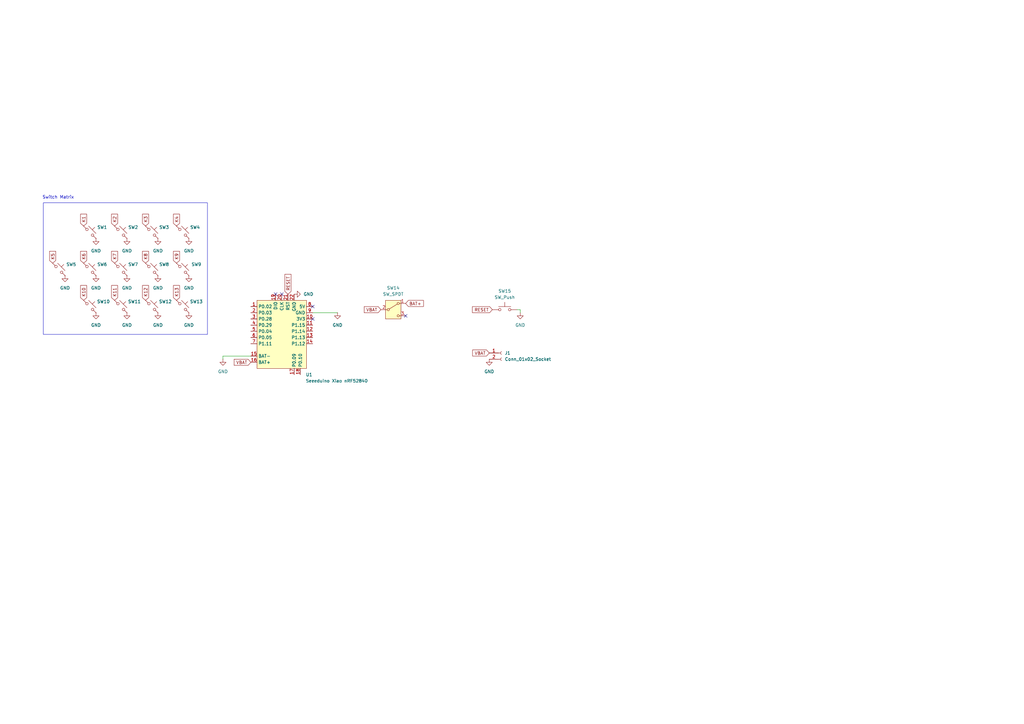
<source format=kicad_sch>
(kicad_sch (version 20231120) (generator "eeschema") (generator_version "8.0")
  (paper "A3")
  (lib_symbols
    (symbol "Connector:Conn_01x02_Socket" (pin_names (offset 1.016) hide)
      (property "Reference" "J" (at 0 2.54 0))
      (property "Value" "Conn_01x02_Socket" (at 0 -5.08 0))
      (symbol "Conn_01x02_Socket_1_1"
        (arc (start 0 -2.032) (mid -0.5058 -2.54) (end 0 -3.048) (stroke (width 0.1524)))
        (polyline (pts (xy -1.27 -2.54) (xy -0.508 -2.54)) (stroke (width 0.1524)))
        (polyline (pts (xy -1.27 0) (xy -0.508 0)) (stroke (width 0.1524)))
        (arc (start 0 0.508) (mid -0.5058 0) (end 0 -0.508) (stroke (width 0.1524)))
        (pin passive line (at -5.08 0 0) (length 3.81) (name "Pin_1") (number "1"))
        (pin passive line (at -5.08 -2.54 0) (length 3.81) (name "Pin_2") (number "2"))
      )
    )
    (symbol "PCM_marbastlib-promicroish:Seeeduino_Xiao_nRF52840" (in_bom no)
      (property "Reference" "U" (at -10.16 -12.7 0))
      (property "Value" "Seeeduino Xiao nRF52840" (at -10.16 -15.24 0))
      (symbol "Seeeduino_Xiao_nRF52840_1_0"
        (pin bidirectional line (at -12.7 13.97 0) (length 2.54) (name "P0.02") (number "1"))
        (pin power_out line (at 12.7 8.89 180) (length 2.54) (name "3V3") (number "10"))
        (pin bidirectional line (at 12.7 6.35 180) (length 2.54) (name "P1.15") (number "11"))
        (pin bidirectional line (at 12.7 3.81 180) (length 2.54) (name "P1.14") (number "12"))
        (pin bidirectional line (at 12.7 1.27 180) (length 2.54) (name "P1.13") (number "13"))
        (pin bidirectional line (at 12.7 -1.27 180) (length 2.54) (name "P1.12") (number "14"))
        (pin power_in line (at -12.7 -6.35 0) (length 2.54) (name "BAT-") (number "15"))
        (pin power_in line (at -12.7 -8.89 0) (length 2.54) (name "BAT+") (number "16"))
        (pin bidirectional line (at 5.08 -13.97 90) (length 2.54) (name "P0.09") (number "17"))
        (pin bidirectional line (at 7.62 -13.97 90) (length 2.54) (name "P0.10") (number "18"))
        (pin bidirectional line (at -2.54 19.05 270) (length 2.54) (name "DIO") (number "19"))
        (pin bidirectional line (at -12.7 11.43 0) (length 2.54) (name "P0.03") (number "2"))
        (pin bidirectional line (at 0 19.05 270) (length 2.54) (name "CLK") (number "20"))
        (pin bidirectional line (at 2.54 19.05 270) (length 2.54) (name "RST") (number "21"))
        (pin power_out line (at 5.08 19.05 270) (length 2.54) (name "GND") (number "22"))
        (pin bidirectional line (at -12.7 8.89 0) (length 2.54) (name "P0.28") (number "3"))
        (pin bidirectional line (at -12.7 6.35 0) (length 2.54) (name "P0.29") (number "4"))
        (pin bidirectional line (at -12.7 3.81 0) (length 2.54) (name "P0.04") (number "5"))
        (pin bidirectional line (at -12.7 1.27 0) (length 2.54) (name "P0.05") (number "6"))
        (pin bidirectional line (at -12.7 -1.27 0) (length 2.54) (name "P1.11") (number "7"))
        (pin power_out line (at 12.7 13.97 180) (length 2.54) (name "5V") (number "8"))
        (pin power_out line (at 12.7 11.43 180) (length 2.54) (name "GND") (number "9"))
      )
      (symbol "Seeeduino_Xiao_nRF52840_1_1"
        (rectangle (start -10.16 16.51) (end 10.16 -11.43) (fill (type background)))
      )
    )
    (symbol "Switch:SW_Push" (pin_numbers hide) (pin_names (offset 1.016) hide)
      (property "Reference" "SW" (at 1.27 2.54 0))
      (property "Value" "SW_Push" (at 0 -1.524 0))
      (symbol "SW_Push_0_1"
        (circle (center -2.032 0) (radius 0.508))
        (polyline (pts (xy 0 1.27) (xy 0 3.048)))
        (polyline (pts (xy 2.54 1.27) (xy -2.54 1.27)))
        (circle (center 2.032 0) (radius 0.508))
        (pin passive line (at -5.08 0 0) (length 2.54) (name "1") (number "1"))
        (pin passive line (at 5.08 0 180) (length 2.54) (name "2") (number "2"))
      )
    )
    (symbol "Switch:SW_Push_45deg" (pin_numbers hide) (pin_names (offset 1.016) hide)
      (property "Reference" "SW" (at 3.048 1.016 0))
      (property "Value" "SW_Push_45deg" (at 0 -3.81 0))
      (symbol "SW_Push_45deg_0_1"
        (circle (center -1.1684 1.1684) (radius 0.508))
        (polyline (pts (xy -0.508 2.54) (xy 2.54 -0.508)))
        (polyline (pts (xy 1.016 1.016) (xy 2.032 2.032)))
        (polyline (pts (xy -2.54 2.54) (xy -1.524 1.524) (xy -1.524 1.524)))
        (polyline (pts (xy 1.524 -1.524) (xy 2.54 -2.54) (xy 2.54 -2.54) (xy 2.54 -2.54)))
        (circle (center 1.143 -1.1938) (radius 0.508))
        (pin passive line (at -2.54 2.54 0) (length 0) (name "1") (number "1"))
        (pin passive line (at 2.54 -2.54 180) (length 0) (name "2") (number "2"))
      )
    )
    (symbol "Switch:SW_SPDT" (pin_names (offset 0) hide)
      (property "Reference" "SW" (at 0 5.08 0))
      (property "Value" "SW_SPDT" (at 0 -5.08 0))
      (symbol "SW_SPDT_0_1"
        (circle (center -2.032 0) (radius 0.4572))
        (polyline (pts (xy -1.651 0.254) (xy 1.651 2.286)))
        (circle (center 2.032 -2.54) (radius 0.4572))
        (circle (center 2.032 2.54) (radius 0.4572))
      )
      (symbol "SW_SPDT_1_1"
        (rectangle (start -3.175 3.81) (end 3.175 -3.81) (fill (type background)))
        (pin passive line (at 5.08 2.54 180) (length 2.54) (name "A") (number "1"))
        (pin passive line (at -5.08 0 0) (length 2.54) (name "B") (number "2"))
        (pin passive line (at 5.08 -2.54 180) (length 2.54) (name "C") (number "3"))
      )
    )
    (symbol "power:GND" (power) (pin_numbers hide) (pin_names (offset 0) hide)
      (property "Value" "GND" (at 0 -3.81 0))
      (symbol "GND_0_1"
        (polyline (pts (xy 0 0) (xy 0 -1.27) (xy 1.27 -1.27) (xy 0 -2.54) (xy -1.27 -1.27) (xy 0 -1.27)))
      )
      (symbol "GND_1_1"
        (pin power_in line (at 0 0 270) (length 0) (name "~") (number "1"))
      )
    )
  )
  (no_connect (at 128.27 125.73))
  (no_connect (at 166.37 129.54))
  (no_connect (at 115.57 120.65))
  (no_connect (at 128.27 130.81))
  (no_connect (at 113.03 120.65))
  (wire (pts (xy 213.36 127) (xy 213.36 128.27)))
  (wire (pts (xy 212.09 127) (xy 213.36 127)))
  (wire (pts (xy 91.44 146.05) (xy 91.44 147.32)))
  (wire (pts (xy 102.87 146.05) (xy 91.44 146.05)))
  (wire (pts (xy 128.27 128.27) (xy 138.43 128.27)))
  (rectangle (start 17.78 83.185) (end 85.09 137.16))
  (text "Switch Matrix" (at 23.876 81.026 0) (effects (font (size 1.27 1.27))))
  (global_label "K7" (shape input) (at 46.99 107.95 90) (property "Intersheetrefs" "${INTERSHEET_REFS}" (effects (hide yes))))
  (global_label "K12" (shape input) (at 59.69 123.19 90) (property "Intersheetrefs" "${INTERSHEET_REFS}" (effects (hide yes))))
  (global_label "RESET" (shape input) (at 201.93 127 180) (property "Intersheetrefs" "${INTERSHEET_REFS}" (effects (hide yes))))
  (global_label "RESET" (shape input) (at 118.11 120.65 90) (property "Intersheetrefs" "${INTERSHEET_REFS}" (effects (hide yes))))
  (global_label "K4" (shape input) (at 72.39 92.71 90) (property "Intersheetrefs" "${INTERSHEET_REFS}" (effects (hide yes))))
  (global_label "VBAT" (shape input) (at 102.87 148.59 180) (property "Intersheetrefs" "${INTERSHEET_REFS}" (effects (hide yes))))
  (global_label "K1" (shape input) (at 34.29 92.71 90) (property "Intersheetrefs" "${INTERSHEET_REFS}" (effects (hide yes))))
  (global_label "K10" (shape input) (at 34.29 123.19 90) (property "Intersheetrefs" "${INTERSHEET_REFS}" (effects (hide yes))))
  (global_label "K6" (shape input) (at 34.29 107.95 90) (property "Intersheetrefs" "${INTERSHEET_REFS}" (effects (hide yes))))
  (global_label "VBAT" (shape input) (at 156.21 127 180) (property "Intersheetrefs" "${INTERSHEET_REFS}" (effects (hide yes))))
  (global_label "K2" (shape input) (at 46.99 92.71 90) (property "Intersheetrefs" "${INTERSHEET_REFS}" (effects (hide yes))))
  (global_label "K3" (shape input) (at 59.69 92.71 90) (property "Intersheetrefs" "${INTERSHEET_REFS}" (effects (hide yes))))
  (global_label "K8" (shape input) (at 59.69 107.95 90) (property "Intersheetrefs" "${INTERSHEET_REFS}" (effects (hide yes))))
  (global_label "K9" (shape input) (at 72.39 107.95 90) (property "Intersheetrefs" "${INTERSHEET_REFS}" (effects (hide yes))))
  (global_label "K13" (shape input) (at 72.39 123.19 90) (property "Intersheetrefs" "${INTERSHEET_REFS}" (effects (hide yes))))
  (global_label "BAT+" (shape input) (at 166.37 124.46 0) (property "Intersheetrefs" "${INTERSHEET_REFS}" (effects (hide yes))))
  (global_label "K5" (shape input) (at 21.59 107.95 90) (property "Intersheetrefs" "${INTERSHEET_REFS}" (effects (hide yes))))
  (global_label "VBAT" (shape input) (at 200.66 144.78 180) (property "Intersheetrefs" "${INTERSHEET_REFS}" (effects (hide yes))))
  (global_label "K11" (shape input) (at 46.99 123.19 90) (property "Intersheetrefs" "${INTERSHEET_REFS}" (effects (hide yes))))
  (symbol (lib_id "PCM_marbastlib-promicroish:Seeeduino_Xiao_nRF52840") (at 115.57 139.7 0) (unit 1) (in_bom no)
    (property "Reference" "U1" (at 125.3841 153.67 0) (effects (justify left)))
    (property "Value" "Seeeduino Xiao nRF52840" (at 125.3841 156.21 0) (effects (justify left)))
    (property "Footprint" "ssbb_parts:Xiao_nRF52840_AC_Reflow_reversible" (effects (hide yes)))
    (property "Description" "Symbol for a Seeeduino Xiao nRF52840" (effects (hide yes)))
  )
  (symbol (lib_id "Switch:SW_SPDT") (at 161.29 127 0) (unit 1)
    (property "Reference" "SW14" (at 161.29 118.11 0))
    (property "Value" "SW_SPDT" (at 161.29 120.65 0))
    (property "Footprint" "ssbb_parts:SW_SPDT_PCM12_reversible" (effects (hide yes)))
    (property "Description" "Switch, single pole double throw" (effects (hide yes)))
  )
  (symbol (lib_id "Switch:SW_Push_45deg") (at 24.13 110.49 0) (unit 1)
    (property "Reference" "SW5" (at 29.21 108.458 0))
    (property "Value" "SW_Push_45deg" (effects (hide yes)))
    (property "Footprint" "ssbb_parts:SW_choc_v1_reversible_1u" (effects (hide yes)))
    (property "Description" "Push button switch, normally open, two pins, 45° tilted" (effects (hide yes)))
  )
  (symbol (lib_id "power:GND") (at 64.77 113.03 0) (unit 1)
    (property "Reference" "#PWR08" (effects (hide yes)))
    (property "Value" "GND" (at 64.77 118.11 0))
    (property "Description" "Power symbol creates a global label with name \"GND\" , ground" (effects (hide yes)))
  )
  (symbol (lib_id "Connector:Conn_01x02_Socket") (at 205.74 144.78 0) (unit 1)
    (property "Reference" "J1" (at 207.01 144.7799 0) (effects (justify left)))
    (property "Value" "Conn_01x02_Socket" (at 207.01 147.3199 0) (effects (justify left)))
    (property "Footprint" "ssbb_parts:Molex_Pico-EZmate_78171-0002_1x02-1MP_P1.20mm_Vertical_reversible" (effects (hide yes)))
    (property "Description" "Generic connector, single row, 01x02, script generated" (effects (hide yes)))
  )
  (symbol (lib_id "power:GND") (at 77.47 128.27 0) (unit 1)
    (property "Reference" "#PWR014" (effects (hide yes)))
    (property "Value" "GND" (at 77.47 133.35 0))
    (property "Description" "Power symbol creates a global label with name \"GND\" , ground" (effects (hide yes)))
  )
  (symbol (lib_id "power:GND") (at 120.65 120.65 90) (unit 1)
    (property "Reference" "#PWR010" (effects (hide yes)))
    (property "Value" "GND" (at 124.46 120.6499 90) (effects (justify right)))
    (property "Description" "Power symbol creates a global label with name \"GND\" , ground" (effects (hide yes)))
  )
  (symbol (lib_id "power:GND") (at 52.07 97.79 0) (unit 1)
    (property "Reference" "#PWR02" (effects (hide yes)))
    (property "Value" "GND" (at 52.07 102.87 0))
    (property "Description" "Power symbol creates a global label with name \"GND\" , ground" (effects (hide yes)))
  )
  (symbol (lib_id "Switch:SW_Push_45deg") (at 62.23 95.25 0) (unit 1)
    (property "Reference" "SW3" (at 67.31 93.218 0))
    (property "Value" "SW_Push_45deg" (effects (hide yes)))
    (property "Footprint" "ssbb_parts:SW_choc_v1_reversible_1u" (effects (hide yes)))
    (property "Description" "Push button switch, normally open, two pins, 45° tilted" (effects (hide yes)))
  )
  (symbol (lib_id "power:GND") (at 52.07 128.27 0) (unit 1)
    (property "Reference" "#PWR012" (effects (hide yes)))
    (property "Value" "GND" (at 52.07 133.35 0))
    (property "Description" "Power symbol creates a global label with name \"GND\" , ground" (effects (hide yes)))
  )
  (symbol (lib_id "Switch:SW_Push_45deg") (at 36.83 95.25 0) (unit 1)
    (property "Reference" "SW1" (at 41.91 93.218 0))
    (property "Value" "SW_Push_45deg" (effects (hide yes)))
    (property "Footprint" "ssbb_parts:SW_choc_v1_reversible_1u" (effects (hide yes)))
    (property "Description" "Push button switch, normally open, two pins, 45° tilted" (effects (hide yes)))
  )
  (symbol (lib_id "Switch:SW_Push_45deg") (at 74.93 125.73 0) (unit 1)
    (property "Reference" "SW13" (at 80.518 123.698 0))
    (property "Value" "SW_Push_45deg" (effects (hide yes)))
    (property "Footprint" "ssbb_parts:SW_choc_v1_reversible_1.5u" (effects (hide yes)))
    (property "Description" "Push button switch, normally open, two pins, 45° tilted" (effects (hide yes)))
  )
  (symbol (lib_id "power:GND") (at 91.44 147.32 0) (unit 1)
    (property "Reference" "#PWR017" (effects (hide yes)))
    (property "Value" "GND" (at 91.44 152.4 0))
    (property "Description" "Power symbol creates a global label with name \"GND\" , ground" (effects (hide yes)))
  )
  (symbol (lib_id "Switch:SW_Push_45deg") (at 36.83 110.49 0) (unit 1)
    (property "Reference" "SW6" (at 41.91 108.458 0))
    (property "Value" "SW_Push_45deg" (effects (hide yes)))
    (property "Footprint" "ssbb_parts:SW_choc_v1_reversible_1u" (effects (hide yes)))
    (property "Description" "Push button switch, normally open, two pins, 45° tilted" (effects (hide yes)))
  )
  (symbol (lib_id "power:GND") (at 64.77 128.27 0) (unit 1)
    (property "Reference" "#PWR013" (effects (hide yes)))
    (property "Value" "GND" (at 64.77 133.35 0))
    (property "Description" "Power symbol creates a global label with name \"GND\" , ground" (effects (hide yes)))
  )
  (symbol (lib_id "Switch:SW_Push_45deg") (at 62.23 110.49 0) (unit 1)
    (property "Reference" "SW8" (at 67.31 108.458 0))
    (property "Value" "SW_Push_45deg" (effects (hide yes)))
    (property "Footprint" "ssbb_parts:SW_choc_v1_reversible_1u" (effects (hide yes)))
    (property "Description" "Push button switch, normally open, two pins, 45° tilted" (effects (hide yes)))
  )
  (symbol (lib_id "power:GND") (at 213.36 128.27 0) (unit 1)
    (property "Reference" "#PWR016" (effects (hide yes)))
    (property "Value" "GND" (at 213.36 133.35 0))
    (property "Description" "Power symbol creates a global label with name \"GND\" , ground" (effects (hide yes)))
  )
  (symbol (lib_id "Switch:SW_Push_45deg") (at 49.53 110.49 0) (unit 1)
    (property "Reference" "SW7" (at 54.61 108.458 0))
    (property "Value" "SW_Push_45deg" (effects (hide yes)))
    (property "Footprint" "ssbb_parts:SW_choc_v1_reversible_1u" (effects (hide yes)))
    (property "Description" "Push button switch, normally open, two pins, 45° tilted" (effects (hide yes)))
  )
  (symbol (lib_id "power:GND") (at 52.07 113.03 0) (unit 1)
    (property "Reference" "#PWR07" (effects (hide yes)))
    (property "Value" "GND" (at 52.07 118.11 0))
    (property "Description" "Power symbol creates a global label with name \"GND\" , ground" (effects (hide yes)))
  )
  (symbol (lib_id "Switch:SW_Push_45deg") (at 49.53 95.25 0) (unit 1)
    (property "Reference" "SW2" (at 54.61 93.218 0))
    (property "Value" "SW_Push_45deg" (effects (hide yes)))
    (property "Footprint" "ssbb_parts:SW_choc_v1_reversible_1u" (effects (hide yes)))
    (property "Description" "Push button switch, normally open, two pins, 45° tilted" (effects (hide yes)))
  )
  (symbol (lib_id "Switch:SW_Push_45deg") (at 74.93 110.49 0) (unit 1)
    (property "Reference" "SW9" (at 80.518 108.458 0))
    (property "Value" "SW_Push_45deg" (effects (hide yes)))
    (property "Footprint" "ssbb_parts:SW_choc_v1_reversible_1u" (effects (hide yes)))
    (property "Description" "Push button switch, normally open, two pins, 45° tilted" (effects (hide yes)))
  )
  (symbol (lib_id "Switch:SW_Push") (at 207.01 127 0) (unit 1)
    (property "Reference" "SW15" (at 207.01 119.38 0))
    (property "Value" "SW_Push" (at 207.01 121.92 0))
    (property "Footprint" "ssbb_parts:Panasonic_EVQPUL_EVQPUC_reversible" (effects (hide yes)))
    (property "Description" "Push button switch, generic, two pins" (effects (hide yes)))
  )
  (symbol (lib_id "Switch:SW_Push_45deg") (at 74.93 95.25 0) (unit 1)
    (property "Reference" "SW4" (at 80.01 93.218 0))
    (property "Value" "SW_Push_45deg" (effects (hide yes)))
    (property "Footprint" "ssbb_parts:SW_choc_v1_reversible_1u" (effects (hide yes)))
    (property "Description" "Push button switch, normally open, two pins, 45° tilted" (effects (hide yes)))
  )
  (symbol (lib_id "power:GND") (at 138.43 128.27 0) (unit 1)
    (property "Reference" "#PWR015" (effects (hide yes)))
    (property "Value" "GND" (at 138.43 133.35 0))
    (property "Description" "Power symbol creates a global label with name \"GND\" , ground" (effects (hide yes)))
  )
  (symbol (lib_id "Switch:SW_Push_45deg") (at 49.53 125.73 0) (unit 1)
    (property "Reference" "SW11" (at 55.118 123.698 0))
    (property "Value" "SW_Push_45deg" (effects (hide yes)))
    (property "Footprint" "ssbb_parts:SW_choc_v1_reversible_1u" (effects (hide yes)))
    (property "Description" "Push button switch, normally open, two pins, 45° tilted" (effects (hide yes)))
  )
  (symbol (lib_id "power:GND") (at 39.37 97.79 0) (unit 1)
    (property "Reference" "#PWR01" (effects (hide yes)))
    (property "Value" "GND" (at 39.37 102.87 0))
    (property "Description" "Power symbol creates a global label with name \"GND\" , ground" (effects (hide yes)))
  )
  (symbol (lib_id "power:GND") (at 26.67 113.03 0) (unit 1)
    (property "Reference" "#PWR05" (effects (hide yes)))
    (property "Value" "GND" (at 26.67 118.11 0))
    (property "Description" "Power symbol creates a global label with name \"GND\" , ground" (effects (hide yes)))
  )
  (symbol (lib_id "Switch:SW_Push_45deg") (at 36.83 125.73 0) (unit 1)
    (property "Reference" "SW10" (at 42.418 123.698 0))
    (property "Value" "SW_Push_45deg" (effects (hide yes)))
    (property "Footprint" "ssbb_parts:SW_choc_v1_reversible_1u" (effects (hide yes)))
    (property "Description" "Push button switch, normally open, two pins, 45° tilted" (effects (hide yes)))
  )
  (symbol (lib_id "power:GND") (at 39.37 128.27 0) (unit 1)
    (property "Reference" "#PWR011" (effects (hide yes)))
    (property "Value" "GND" (at 39.37 133.35 0))
    (property "Description" "Power symbol creates a global label with name \"GND\" , ground" (effects (hide yes)))
  )
  (symbol (lib_id "power:GND") (at 64.77 97.79 0) (unit 1)
    (property "Reference" "#PWR03" (effects (hide yes)))
    (property "Value" "GND" (at 64.77 102.87 0))
    (property "Description" "Power symbol creates a global label with name \"GND\" , ground" (effects (hide yes)))
  )
  (symbol (lib_id "power:GND") (at 77.47 97.79 0) (unit 1)
    (property "Reference" "#PWR04" (effects (hide yes)))
    (property "Value" "GND" (at 77.47 102.87 0))
    (property "Description" "Power symbol creates a global label with name \"GND\" , ground" (effects (hide yes)))
  )
  (symbol (lib_id "power:GND") (at 77.47 113.03 0) (unit 1)
    (property "Reference" "#PWR09" (effects (hide yes)))
    (property "Value" "GND" (at 77.47 118.11 0))
    (property "Description" "Power symbol creates a global label with name \"GND\" , ground" (effects (hide yes)))
  )
  (symbol (lib_id "Switch:SW_Push_45deg") (at 62.23 125.73 0) (unit 1)
    (property "Reference" "SW12" (at 67.818 123.698 0))
    (property "Value" "SW_Push_45deg" (effects (hide yes)))
    (property "Footprint" "ssbb_parts:SW_choc_v1_reversible_1u" (effects (hide yes)))
    (property "Description" "Push button switch, normally open, two pins, 45° tilted" (effects (hide yes)))
  )
  (symbol (lib_id "power:GND") (at 39.37 113.03 0) (unit 1)
    (property "Reference" "#PWR06" (effects (hide yes)))
    (property "Value" "GND" (at 39.37 118.11 0))
    (property "Description" "Power symbol creates a global label with name \"GND\" , ground" (effects (hide yes)))
  )
  (symbol (lib_id "power:GND") (at 200.66 147.32 0) (unit 1)
    (property "Reference" "#PWR018" (effects (hide yes)))
    (property "Value" "GND" (at 200.66 152.4 0))
    (property "Description" "Power symbol creates a global label with name \"GND\" , ground" (effects (hide yes)))
  )
)
</source>
